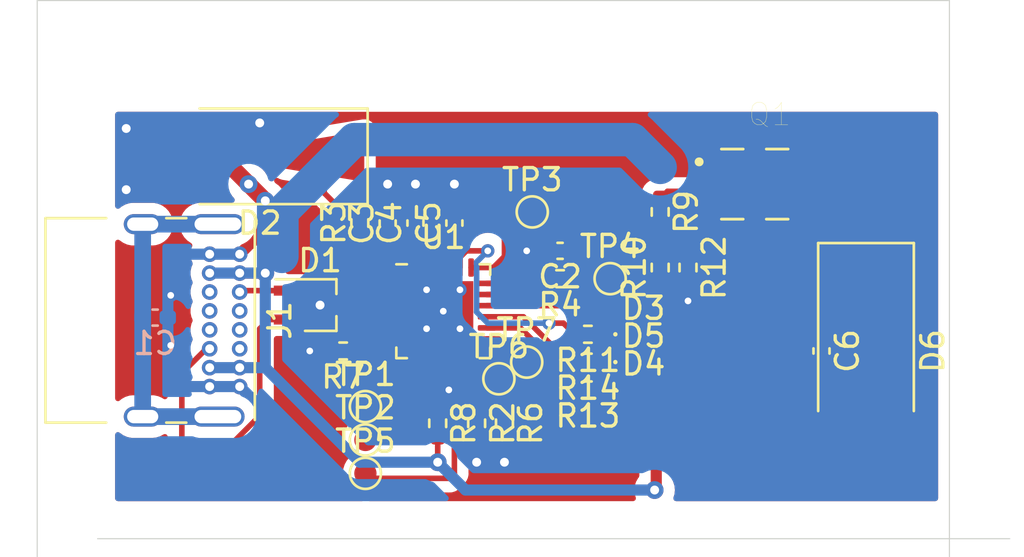
<source format=kicad_pcb>
(kicad_pcb (version 20201116) (generator pcbnew)
  (layers (0 "F.Cu" signal) (31 "B.Cu" signal) (34 "B.Paste" user) (35 "F.Paste" user) (36 "B.SilkS" user "B.Silkscreen") (37 "F.SilkS" user "F.Silkscreen") (38 "B.Mask" user) (39 "F.Mask" user) (44 "Edge.Cuts" user))
  (net 0 "")
  (net 1 "GND")
  (net 2 "Net-(C1-Pad1)")
  (net 3 "Net-(C2-Pad1)")
  (net 4 "/VBUS")
  (net 5 "/2v7")
  (net 6 "/1v2")
  (net 7 "/VOUT")
  (net 8 "Net-(D1-Pad2)")
  (net 9 "Net-(D1-Pad1)")
  (net 10 "Net-(D3-Pad1)")
  (net 11 "Net-(D4-Pad1)")
  (net 12 "Net-(J1-PadB6)")
  (net 13 "Net-(J1-PadB8)")
  (net 14 "Net-(J1-PadB7)")
  (net 15 "Net-(J1-PadA8)")
  (net 16 "Net-(J1-PadA7)")
  (net 17 "Net-(J1-PadA6)")
  (net 18 "/ADDR0")
  (net 19 "Net-(R4-Pad2)")
  (net 20 "/ADDR1")
  (net 21 "Net-(R7-Pad1)")
  (net 22 "Net-(R8-Pad1)")
  (net 23 "/LED1R")
  (net 24 "/LED1G")
  (net 25 "/LED1B")
  (net 26 "Net-(TP1-Pad1)")
  (net 27 "Net-(TP2-Pad1)")
  (net 28 "Net-(TP3-Pad1)")
  (net 29 "Net-(TP4-Pad1)")
  (net 30 "Net-(TP5-Pad1)")
  (net 31 "Net-(R14-Pad1)")
  (net 32 "Net-(R12-Pad1)")
  (net 33 "Net-(U1-Pad16)")
  (net 34 "no_connect_42")
  (footprint "TestPoint:TestPoint_Pad_D1.0mm" (layer "F.Cu") (at 128.75 69.75)
    (fp_text reference "TP2" (at 0 -1.448) (layer "F.SilkS"))
    (fp_text value "TestPoint")
    (fp_circle (center 0 0) (end 0 0.7) (layer "F.SilkS") (width 0.12) (fill none))
    (pad "1" smd circle (at 0 0) (size 1 1) (layers "F.Cu" "F.Mask") (net 27 "Net-(TP2-Pad1)"))
  )
  (footprint "Capacitor_SMD:C_0402_1005Metric_Pad0.74x0.62mm_HandSolder" (layer "F.Cu") (at 129.75 60 90)
    (fp_text reference "C3" (at 0 -1.16 90) (layer "F.SilkS"))
    (fp_text value "1uF")
    (fp_line (start -0.115835 0.36) (end 0.115835 0.36) (layer "F.SilkS") (width 0.12))
    (fp_line (start -0.115835 -0.36) (end 0.115835 -0.36) (layer "F.SilkS") (width 0.12))
    (pad "1" smd roundrect (at -0.5675 0 90) (size 0.735 0.62) (layers "F.Cu" "F.Paste" "F.Mask") (net 4 "/VBUS"))
    (pad "2" smd roundrect (at 0.5675 0 90) (size 0.735 0.62) (layers "F.Cu" "F.Paste" "F.Mask") (net 1 "GND"))
  )
  (footprint "Package_DFN_QFN:QFN-24-1EP_4x4mm_P0.5mm_EP2.7x2.7mm" (layer "F.Cu") (at 132.25 63.9625)
    (fp_text reference "U1" (at 0 -3.32) (layer "F.SilkS"))
    (fp_text value "STUSB4500QTR")
    (fp_line (start 2.11 2.11) (end 2.11 1.635) (layer "F.SilkS") (width 0.12))
    (fp_line (start 1.635 2.11) (end 2.11 2.11) (layer "F.SilkS") (width 0.12))
    (fp_line (start -1.635 -2.11) (end -2.11 -2.11) (layer "F.SilkS") (width 0.12))
    (fp_line (start -2.11 2.11) (end -2.11 1.635) (layer "F.SilkS") (width 0.12))
    (fp_line (start 2.11 -2.11) (end 2.11 -1.635) (layer "F.SilkS") (width 0.12))
    (fp_line (start -1.635 2.11) (end -2.11 2.11) (layer "F.SilkS") (width 0.12))
    (fp_line (start 1.635 -2.11) (end 2.11 -2.11) (layer "F.SilkS") (width 0.12))
    (pad "1" smd roundrect (at -1.9625 -1.25) (size 0.825 0.25) (layers "F.Cu" "F.Paste" "F.Mask") (net 9 "Net-(D1-Pad1)"))
    (pad "2" smd roundrect (at -1.9625 -0.75) (size 0.825 0.25) (layers "F.Cu" "F.Paste" "F.Mask") (net 9 "Net-(D1-Pad1)"))
    (pad "3" smd roundrect (at -1.9625 -0.25) (size 0.825 0.25) (layers "F.Cu" "F.Paste" "F.Mask") (net 34 "no_connect_42"))
    (pad "4" smd roundrect (at -1.9625 0.25) (size 0.825 0.25) (layers "F.Cu" "F.Paste" "F.Mask") (net 8 "Net-(D1-Pad2)"))
    (pad "5" smd roundrect (at -1.9625 0.75) (size 0.825 0.25) (layers "F.Cu" "F.Paste" "F.Mask") (net 8 "Net-(D1-Pad2)"))
    (pad "6" smd roundrect (at -1.9625 1.25) (size 0.825 0.25) (layers "F.Cu" "F.Paste" "F.Mask") (net 21 "Net-(R7-Pad1)"))
    (pad "7" smd roundrect (at -1.25 1.9625) (size 0.25 0.825) (layers "F.Cu" "F.Paste" "F.Mask") (net 26 "Net-(TP1-Pad1)"))
    (pad "8" smd roundrect (at -0.75 1.9625) (size 0.25 0.825) (layers "F.Cu" "F.Paste" "F.Mask") (net 27 "Net-(TP2-Pad1)"))
    (pad "9" smd roundrect (at -0.25 1.9625) (size 0.25 0.825) (layers "F.Cu" "F.Paste" "F.Mask") (net 22 "Net-(R8-Pad1)"))
    (pad "10" smd roundrect (at 0.25 1.9625) (size 0.25 0.825) (layers "F.Cu" "F.Paste" "F.Mask") (net 1 "GND"))
    (pad "11" smd roundrect (at 0.75 1.9625) (size 0.25 0.825) (layers "F.Cu" "F.Paste" "F.Mask") (net 30 "Net-(TP5-Pad1)"))
    (pad "12" smd roundrect (at 1.25 1.9625) (size 0.25 0.825) (layers "F.Cu" "F.Paste" "F.Mask") (net 18 "/ADDR0"))
    (pad "13" smd roundrect (at 1.9625 1.25) (size 0.825 0.25) (layers "F.Cu" "F.Paste" "F.Mask") (net 20 "/ADDR1"))
    (pad "14" smd roundrect (at 1.9625 0.75) (size 0.825 0.25) (layers "F.Cu" "F.Paste" "F.Mask") (net 24 "/LED1G"))
    (pad "15" smd roundrect (at 1.9625 0.25) (size 0.825 0.25) (layers "F.Cu" "F.Paste" "F.Mask") (net 25 "/LED1B"))
    (pad "16" smd roundrect (at 1.9625 -0.25) (size 0.825 0.25) (layers "F.Cu" "F.Paste" "F.Mask") (net 33 "Net-(U1-Pad16)"))
    (pad "17" smd roundrect (at 1.9625 -0.75) (size 0.825 0.25) (layers "F.Cu" "F.Paste" "F.Mask") (net 29 "Net-(TP4-Pad1)"))
    (pad "18" smd roundrect (at 1.9625 -1.25) (size 0.825 0.25) (layers "F.Cu" "F.Paste" "F.Mask") (net 19 "Net-(R4-Pad2)"))
    (pad "19" smd roundrect (at 1.25 -1.9625) (size 0.25 0.825) (layers "F.Cu" "F.Paste" "F.Mask") (net 28 "Net-(TP3-Pad1)"))
    (pad "20" smd roundrect (at 0.75 -1.9625) (size 0.25 0.825) (layers "F.Cu" "F.Paste" "F.Mask") (net 23 "/LED1R"))
    (pad "21" smd roundrect (at 0.25 -1.9625) (size 0.25 0.825) (layers "F.Cu" "F.Paste" "F.Mask") (net 6 "/1v2"))
    (pad "22" smd roundrect (at -0.25 -1.9625) (size 0.25 0.825) (layers "F.Cu" "F.Paste" "F.Mask") (net 1 "GND"))
    (pad "23" smd roundrect (at -0.75 -1.9625) (size 0.25 0.825) (layers "F.Cu" "F.Paste" "F.Mask") (net 5 "/2v7"))
    (pad "24" smd roundrect (at -1.25 -1.9625) (size 0.25 0.825) (layers "F.Cu" "F.Paste" "F.Mask") (net 4 "/VBUS"))
    (pad "25" smd rect (at 0 0) (size 2.7 2.7) (layers "F.Cu" "F.Mask") (net 1 "GND"))
  )
  (footprint "13-USBPD:TRANS_STL6P3LLH6" (layer "F.Cu") (at 146.25 58.25)
    (fp_text reference "Q1" (at 0.675 -3.135) (layer "F.SilkS") (effects (font (thickness 0.015))))
    (fp_text value "STL6P3LLH6")
    (fp_poly (pts (xy -0.5 -1.225) (xy -0.5 1.225) (xy -0.2 1.225) (xy -0.2 1.755) (xy 0.2 1.755) (xy 0.2 1.225) (xy 1.9 1.225) (xy 1.9 -1.225) (xy 0.2 -1.225) (xy 0.2 -1.755) (xy -0.2 -1.755) (xy -0.2 -1.225)) (layer "F.Cu") (width 0.01) (fill solid))
    (fp_line (start -0.52 -1.575) (end -1.5 -1.575) (layer "F.SilkS") (width 0.127))
    (fp_line (start 1.5 -1.575) (end 0.52 -1.575) (layer "F.SilkS") (width 0.127))
    (fp_line (start -0.52 1.575) (end -1.5 1.575) (layer "F.SilkS") (width 0.127))
    (fp_line (start 1.5 1.575) (end 0.52 1.575) (layer "F.SilkS") (width 0.127))
    (fp_circle (center -2.5 -1) (end -2.4 -1) (layer "F.SilkS") (width 0.2) (fill none))
    (pad "1" smd rect (at -1.525 -0.975) (size 0.75 0.4) (layers "F.Cu" "F.Paste" "F.Mask") (net 4 "/VBUS"))
    (pad "2" smd rect (at -1.525 -0.325) (size 0.75 0.4) (layers "F.Cu" "F.Paste" "F.Mask") (net 4 "/VBUS"))
    (pad "3" smd rect (at -1.525 0.325) (size 0.75 0.4) (layers "F.Cu" "F.Paste" "F.Mask") (net 4 "/VBUS"))
    (pad "4" smd rect (at -1.525 0.975) (size 0.75 0.4) (layers "F.Cu" "F.Paste" "F.Mask") (net 32 "Net-(R12-Pad1)"))
    (pad "5_8" smd rect (at 0.7 0) (size 2.4 2.45) (layers "F.Cu") (net 7 "/VOUT"))
  )
  (footprint "TestPoint:TestPoint_Pad_D1.0mm" (layer "F.Cu") (at 139.75 62.5)
    (fp_text reference "TP4" (at 0 -1.448) (layer "F.SilkS"))
    (fp_text value "TestPoint")
    (fp_circle (center 0 0) (end 0 0.7) (layer "F.SilkS") (width 0.12) (fill none))
    (pad "1" smd circle (at 0 0) (size 1 1) (layers "F.Cu" "F.Mask") (net 29 "Net-(TP4-Pad1)"))
  )
  (footprint "Package_TO_SOT_SMD:SOT-323_SC-70_Handsoldering" (layer "F.Cu") (at 126.7125 63.6875)
    (fp_text reference "D1" (at 0 -2) (layer "F.SilkS"))
    (fp_text value "ESDA25W")
    (fp_line (start -0.675 1.16) (end 0.735 1.16) (layer "F.SilkS") (width 0.12))
    (fp_line (start 0.735 -1.16) (end -2 -1.16) (layer "F.SilkS") (width 0.12))
    (fp_line (start 0.735 0.5) (end 0.735 1.16) (layer "F.SilkS") (width 0.12))
    (fp_line (start 0.735 -1.17) (end 0.735 -0.5) (layer "F.SilkS") (width 0.12))
    (pad "1" smd rect (at -1.33 -0.65 270) (size 0.45 1.5) (layers "F.Cu" "F.Paste" "F.Mask") (net 9 "Net-(D1-Pad1)"))
    (pad "2" smd rect (at -1.33 0.65 270) (size 0.45 1.5) (layers "F.Cu" "F.Paste" "F.Mask") (net 8 "Net-(D1-Pad2)"))
    (pad "3" smd rect (at 1.33 0 270) (size 0.45 1.5) (layers "F.Cu" "F.Paste" "F.Mask") (net 1 "GND"))
  )
  (footprint "Resistor_SMD:R_0402_1005Metric_Pad0.72x0.64mm_HandSolder" (layer "F.Cu") (at 135 69 -90)
    (fp_text reference "R6" (at 0 -1.17 90) (layer "F.SilkS"))
    (fp_text value "100k")
    (fp_line (start -0.167621 -0.38) (end 0.167621 -0.38) (layer "F.SilkS") (width 0.12))
    (fp_line (start -0.167621 0.38) (end 0.167621 0.38) (layer "F.SilkS") (width 0.12))
    (pad "1" smd roundrect (at -0.5975 0 270) (size 0.715 0.64) (layers "F.Cu" "F.Paste" "F.Mask") (net 20 "/ADDR1"))
    (pad "2" smd roundrect (at 0.5975 0 270) (size 0.715 0.64) (layers "F.Cu" "F.Paste" "F.Mask") (net 1 "GND"))
  )
  (footprint "Resistor_SMD:R_0402_1005Metric_Pad0.72x0.64mm_HandSolder" (layer "F.Cu") (at 143.25 62 -90)
    (fp_text reference "R12" (at 0 -1.17 90) (layer "F.SilkS"))
    (fp_text value "100")
    (fp_line (start -0.167621 0.38) (end 0.167621 0.38) (layer "F.SilkS") (width 0.12))
    (fp_line (start -0.167621 -0.38) (end 0.167621 -0.38) (layer "F.SilkS") (width 0.12))
    (pad "1" smd roundrect (at -0.5975 0 270) (size 0.715 0.64) (layers "F.Cu" "F.Paste" "F.Mask") (net 32 "Net-(R12-Pad1)"))
    (pad "2" smd roundrect (at 0.5975 0 270) (size 0.715 0.64) (layers "F.Cu" "F.Paste" "F.Mask") (net 1 "GND"))
  )
  (footprint "TestPoint:TestPoint_Pad_D1.0mm" (layer "F.Cu") (at 134.75 67)
    (fp_text reference "TP6" (at 0 -1.448) (layer "F.SilkS"))
    (fp_text value "TestPoint")
    (fp_circle (center 0 0) (end 0 0.7) (layer "F.SilkS") (width 0.12) (fill none))
    (pad "1" smd circle (at 0 0) (size 1 1) (layers "F.Cu" "F.Mask") (net 18 "/ADDR0"))
  )
  (footprint "LED_SMD:LED_0402_1005Metric_Pad0.77x0.64mm_HandSolder" (layer "F.Cu") (at 141.25 65)
    (fp_text reference "D3" (at 0 -1.17) (layer "F.SilkS"))
    (fp_text value "RED")
    (fp_circle (center -1.265 0) (end -1.215 0) (layer "F.SilkS") (width 0.1) (fill none))
    (pad "1" smd roundrect (at -0.5725 0) (size 0.765 0.64) (layers "F.Cu" "F.Paste" "F.Mask") (net 10 "Net-(D3-Pad1)"))
    (pad "2" smd roundrect (at 0.5725 0) (size 0.765 0.64) (layers "F.Cu" "F.Paste" "F.Mask") (net 4 "/VBUS"))
  )
  (footprint "Resistor_SMD:R_0402_1005Metric_Pad0.72x0.64mm_HandSolder" (layer "F.Cu") (at 127.75 65.75 180)
    (fp_text reference "R7" (at 0 -1.17) (layer "F.SilkS"))
    (fp_text value "100k")
    (fp_line (start -0.167621 0.38) (end 0.167621 0.38) (layer "F.SilkS") (width 0.12))
    (fp_line (start -0.167621 -0.38) (end 0.167621 -0.38) (layer "F.SilkS") (width 0.12))
    (pad "1" smd roundrect (at -0.5975 0 180) (size 0.715 0.64) (layers "F.Cu" "F.Paste" "F.Mask") (net 21 "Net-(R7-Pad1)"))
    (pad "2" smd roundrect (at 0.5975 0 180) (size 0.715 0.64) (layers "F.Cu" "F.Paste" "F.Mask") (net 1 "GND"))
  )
  (footprint "Capacitor_SMD:C_0402_1005Metric_Pad0.74x0.62mm_HandSolder" (layer "F.Cu") (at 131 60 90)
    (fp_text reference "C4" (at 0 -1.16 90) (layer "F.SilkS"))
    (fp_text value "1uF")
    (fp_line (start -0.115835 -0.36) (end 0.115835 -0.36) (layer "F.SilkS") (width 0.12))
    (fp_line (start -0.115835 0.36) (end 0.115835 0.36) (layer "F.SilkS") (width 0.12))
    (pad "1" smd roundrect (at -0.5675 0 90) (size 0.735 0.62) (layers "F.Cu" "F.Paste" "F.Mask") (net 5 "/2v7"))
    (pad "2" smd roundrect (at 0.5675 0 90) (size 0.735 0.62) (layers "F.Cu" "F.Paste" "F.Mask") (net 1 "GND"))
  )
  (footprint "Resistor_SMD:R_0402_1005Metric_Pad0.72x0.64mm_HandSolder" (layer "F.Cu") (at 138.75 66.25 180)
    (fp_text reference "R14" (at 0 -1.17) (layer "F.SilkS"))
    (fp_text value "1k")
    (fp_line (start -0.167621 -0.38) (end 0.167621 -0.38) (layer "F.SilkS") (width 0.12))
    (fp_line (start -0.167621 0.38) (end 0.167621 0.38) (layer "F.SilkS") (width 0.12))
    (pad "1" smd roundrect (at -0.5975 0 180) (size 0.715 0.64) (layers "F.Cu" "F.Paste" "F.Mask") (net 31 "Net-(R14-Pad1)"))
    (pad "2" smd roundrect (at 0.5975 0 180) (size 0.715 0.64) (layers "F.Cu" "F.Paste" "F.Mask") (net 25 "/LED1B"))
  )
  (footprint "TestPoint:TestPoint_Pad_D1.0mm" (layer "F.Cu") (at 128.75 71.25)
    (fp_text reference "TP5" (at 0 -1.448) (layer "F.SilkS"))
    (fp_text value "TestPoint")
    (fp_circle (center 0 0) (end 0 0.7) (layer "F.SilkS") (width 0.12) (fill none))
    (pad "1" smd circle (at 0 0) (size 1 1) (layers "F.Cu" "F.Mask") (net 30 "Net-(TP5-Pad1)"))
  )
  (footprint "Resistor_SMD:R_0402_1005Metric_Pad0.72x0.64mm_HandSolder" (layer "F.Cu") (at 142 62 90)
    (fp_text reference "R10" (at 0 -1.17 90) (layer "F.SilkS"))
    (fp_text value "22k")
    (fp_line (start -0.167621 0.38) (end 0.167621 0.38) (layer "F.SilkS") (width 0.12))
    (fp_line (start -0.167621 -0.38) (end 0.167621 -0.38) (layer "F.SilkS") (width 0.12))
    (pad "1" smd roundrect (at -0.5975 0 90) (size 0.715 0.64) (layers "F.Cu" "F.Paste" "F.Mask") (net 33 "Net-(U1-Pad16)"))
    (pad "2" smd roundrect (at 0.5975 0 90) (size 0.715 0.64) (layers "F.Cu" "F.Paste" "F.Mask") (net 32 "Net-(R12-Pad1)"))
  )
  (footprint "Resistor_SMD:R_0402_1005Metric_Pad0.72x0.64mm_HandSolder" (layer "F.Cu") (at 133.75 69 -90)
    (fp_text reference "R2" (at 0 -1.17 90) (layer "F.SilkS"))
    (fp_text value "100k")
    (fp_line (start -0.167621 0.38) (end 0.167621 0.38) (layer "F.SilkS") (width 0.12))
    (fp_line (start -0.167621 -0.38) (end 0.167621 -0.38) (layer "F.SilkS") (width 0.12))
    (pad "1" smd roundrect (at -0.5975 0 270) (size 0.715 0.64) (layers "F.Cu" "F.Paste" "F.Mask") (net 18 "/ADDR0"))
    (pad "2" smd roundrect (at 0.5975 0 270) (size 0.715 0.64) (layers "F.Cu" "F.Paste" "F.Mask") (net 1 "GND"))
  )
  (footprint "Resistor_SMD:R_0402_1005Metric_Pad0.72x0.64mm_HandSolder" (layer "F.Cu") (at 132 69 -90)
    (fp_text reference "R8" (at 0 -1.17 90) (layer "F.SilkS"))
    (fp_text value "1k")
    (fp_line (start -0.167621 -0.38) (end 0.167621 -0.38) (layer "F.SilkS") (width 0.12))
    (fp_line (start -0.167621 0.38) (end 0.167621 0.38) (layer "F.SilkS") (width 0.12))
    (pad "1" smd roundrect (at -0.5975 0 270) (size 0.715 0.64) (layers "F.Cu" "F.Paste" "F.Mask") (net 22 "Net-(R8-Pad1)"))
    (pad "2" smd roundrect (at 0.5975 0 270) (size 0.715 0.64) (layers "F.Cu" "F.Paste" "F.Mask") (net 4 "/VBUS"))
  )
  (footprint "Resistor_SMD:R_0402_1005Metric_Pad0.72x0.64mm_HandSolder" (layer "F.Cu") (at 142 59.5 -90)
    (fp_text reference "R9" (at 0 -1.17 90) (layer "F.SilkS"))
    (fp_text value "100k")
    (fp_line (start -0.167621 -0.38) (end 0.167621 -0.38) (layer "F.SilkS") (width 0.12))
    (fp_line (start -0.167621 0.38) (end 0.167621 0.38) (layer "F.SilkS") (width 0.12))
    (pad "1" smd roundrect (at -0.5975 0 270) (size 0.715 0.64) (layers "F.Cu" "F.Paste" "F.Mask") (net 4 "/VBUS"))
    (pad "2" smd roundrect (at 0.5975 0 270) (size 0.715 0.64) (layers "F.Cu" "F.Paste" "F.Mask") (net 32 "Net-(R12-Pad1)"))
  )
  (footprint "TestPoint:TestPoint_Pad_D1.0mm" (layer "F.Cu") (at 136 66.25)
    (fp_text reference "TP7" (at 0 -1.448) (layer "F.SilkS"))
    (fp_text value "TestPoint")
    (fp_circle (center 0 0) (end 0 0.7) (layer "F.SilkS") (width 0.12) (fill none))
    (pad "1" smd circle (at 0 0) (size 1 1) (layers "F.Cu" "F.Mask") (net 20 "/ADDR1"))
  )
  (footprint "Connector_USB:USB_C_Receptacle_GCT_USB4085" (layer "F.Cu") (at 123.1 61.4 -90)
    (fp_text reference "J1" (at 2.975 -1.8 90) (layer "F.SilkS"))
    (fp_text value "USB_C_Receptacle")
    (fp_line (start -1.62 8.73) (end 7.57 8.73) (layer "F.SilkS") (width 0.12))
    (fp_line (start -1.62 2.4) (end -1.62 3.3) (layer "F.SilkS") (width 0.12))
    (fp_line (start -1.62 6) (end -1.62 8.73) (layer "F.SilkS") (width 0.12))
    (fp_line (start -1.5 -0.68) (end 7.45 -0.68) (layer "F.SilkS") (width 0.12))
    (fp_line (start 7.57 2.4) (end 7.57 3.3) (layer "F.SilkS") (width 0.12))
    (fp_line (start 7.57 6) (end 7.57 8.73) (layer "F.SilkS") (width 0.12))
    (pad "A1" thru_hole circle (at 0 0 270) (size 0.7 0.7) (drill 0.4) (layers *.Cu *.Mask) (net 1 "GND"))
    (pad "A4" thru_hole circle (at 0.85 0 270) (size 0.7 0.7) (drill 0.4) (layers *.Cu *.Mask) (net 4 "/VBUS"))
    (pad "A5" thru_hole circle (at 1.7 0 270) (size 0.7 0.7) (drill 0.4) (layers *.Cu *.Mask) (net 9 "Net-(D1-Pad1)"))
    (pad "A6" thru_hole circle (at 2.55 0 270) (size 0.7 0.7) (drill 0.4) (layers *.Cu *.Mask) (net 17 "Net-(J1-PadA6)"))
    (pad "A7" thru_hole circle (at 3.4 0 270) (size 0.7 0.7) (drill 0.4) (layers *.Cu *.Mask) (net 16 "Net-(J1-PadA7)"))
    (pad "A8" thru_hole circle (at 4.25 0 270) (size 0.7 0.7) (drill 0.4) (layers *.Cu *.Mask) (net 15 "Net-(J1-PadA8)"))
    (pad "A9" thru_hole circle (at 5.1 0 270) (size 0.7 0.7) (drill 0.4) (layers *.Cu *.Mask) (net 4 "/VBUS"))
    (pad "A12" thru_hole circle (at 5.95 0 270) (size 0.7 0.7) (drill 0.4) (layers *.Cu *.Mask) (net 1 "GND"))
    (pad "B1" thru_hole circle (at 5.95 1.35 270) (size 0.7 0.7) (drill 0.4) (layers *.Cu *.Mask) (net 1 "GND"))
    (pad "B4" thru_hole circle (at 5.1 1.35 270) (size 0.7 0.7) (drill 0.4) (layers *.Cu *.Mask) (net 4 "/VBUS"))
    (pad "B5" thru_hole circle (at 4.25 1.35 270) (size 0.7 0.7) (drill 0.4) (layers *.Cu *.Mask) (net 8 "Net-(D1-Pad2)"))
    (pad "B6" thru_hole circle (at 3.4 1.35 270) (size 0.7 0.7) (drill 0.4) (layers *.Cu *.Mask) (net 12 "Net-(J1-PadB6)"))
    (pad "B7" thru_hole circle (at 2.55 1.35 270) (size 0.7 0.7) (drill 0.4) (layers *.Cu *.Mask) (net 14 "Net-(J1-PadB7)"))
    (pad "B8" thru_hole circle (at 1.7 1.35 270) (size 0.7 0.7) (drill 0.4) (layers *.Cu *.Mask) (net 13 "Net-(J1-PadB8)"))
    (pad "B9" thru_hole circle (at 0.85 1.35 270) (size 0.7 0.7) (drill 0.4) (layers *.Cu *.Mask) (net 4 "/VBUS"))
    (pad "B12" thru_hole circle (at 0 1.35 270) (size 0.7 0.7) (drill 0.4) (layers *.Cu *.Mask) (net 1 "GND"))
    (pad "S1" thru_hole oval (at 7.3 0.98 270) (size 0.9 2.4) (drill oval 0.6 2.1) (layers *.Cu *.Mask) (net 2 "Net-(C1-Pad1)"))
    (pad "S1" thru_hole oval (at -1.35 0.98 270) (size 0.9 2.4) (drill oval 0.6 2.1) (layers *.Cu *.Mask) (net 2 "Net-(C1-Pad1)"))
    (pad "S1" thru_hole oval (at -1.35 4.36 270) (size 0.9 1.7) (drill oval 0.6 1.4) (layers *.Cu *.Mask) (net 2 "Net-(C1-Pad1)"))
    (pad "S1" thru_hole oval (at 7.3 4.36 270) (size 0.9 1.7) (drill oval 0.6 1.4) (layers *.Cu *.Mask) (net 2 "Net-(C1-Pad1)"))
  )
  (footprint "LED_SMD:LED_0402_1005Metric_Pad0.77x0.64mm_HandSolder" (layer "F.Cu") (at 141.25 66.25)
    (fp_text reference "D5" (at 0 -1.17) (layer "F.SilkS"))
    (fp_text value "BLU")
    (fp_circle (center -1.265 0) (end -1.215 0) (layer "F.SilkS") (width 0.1) (fill none))
    (pad "1" smd roundrect (at -0.5725 0) (size 0.765 0.64) (layers "F.Cu" "F.Paste" "F.Mask") (net 31 "Net-(R14-Pad1)"))
    (pad "2" smd roundrect (at 0.5725 0) (size 0.765 0.64) (layers "F.Cu" "F.Paste" "F.Mask") (net 4 "/VBUS"))
  )
  (footprint "Resistor_SMD:R_0402_1005Metric_Pad0.72x0.64mm_HandSolder" (layer "F.Cu") (at 137.5 62.5 180)
    (fp_text reference "R4" (at 0 -1.17) (layer "F.SilkS"))
    (fp_text value "1k")
    (fp_line (start -0.167621 0.38) (end 0.167621 0.38) (layer "F.SilkS") (width 0.12))
    (fp_line (start -0.167621 -0.38) (end 0.167621 -0.38) (layer "F.SilkS") (width 0.12))
    (pad "1" smd roundrect (at -0.5975 0 180) (size 0.715 0.64) (layers "F.Cu" "F.Paste" "F.Mask") (net 3 "Net-(C2-Pad1)"))
    (pad "2" smd roundrect (at 0.5975 0 180) (size 0.715 0.64) (layers "F.Cu" "F.Paste" "F.Mask") (net 19 "Net-(R4-Pad2)"))
  )
  (footprint "Capacitor_SMD:C_0402_1005Metric_Pad0.74x0.62mm_HandSolder" (layer "F.Cu") (at 132.75 60 90)
    (fp_text reference "C5" (at 0 -1.16 90) (layer "F.SilkS"))
    (fp_text value "1uF")
    (fp_line (start -0.115835 0.36) (end 0.115835 0.36) (layer "F.SilkS") (width 0.12))
    (fp_line (start -0.115835 -0.36) (end 0.115835 -0.36) (layer "F.SilkS") (width 0.12))
    (pad "1" smd roundrect (at -0.5675 0 90) (size 0.735 0.62) (layers "F.Cu" "F.Paste" "F.Mask") (net 6 "/1v2"))
    (pad "2" smd roundrect (at 0.5675 0 90) (size 0.735 0.62) (layers "F.Cu" "F.Paste" "F.Mask") (net 1 "GND"))
  )
  (footprint "Resistor_SMD:R_0402_1005Metric_Pad0.72x0.64mm_HandSolder" (layer "F.Cu") (at 138.75 65 180)
    (fp_text reference "R11" (at 0 -1.17) (layer "F.SilkS"))
    (fp_text value "1k")
    (fp_line (start -0.167621 -0.38) (end 0.167621 -0.38) (layer "F.SilkS") (width 0.12))
    (fp_line (start -0.167621 0.38) (end 0.167621 0.38) (layer "F.SilkS") (width 0.12))
    (pad "1" smd roundrect (at -0.5975 0 180) (size 0.715 0.64) (layers "F.Cu" "F.Paste" "F.Mask") (net 10 "Net-(D3-Pad1)"))
    (pad "2" smd roundrect (at 0.5975 0 180) (size 0.715 0.64) (layers "F.Cu" "F.Paste" "F.Mask") (net 23 "/LED1R"))
  )
  (footprint "Resistor_SMD:R_0402_1005Metric_Pad0.72x0.64mm_HandSolder" (layer "F.Cu") (at 138.75 67.5 180)
    (fp_text reference "R13" (at 0 -1.17) (layer "F.SilkS"))
    (fp_text value "1k")
    (fp_line (start -0.167621 0.38) (end 0.167621 0.38) (layer "F.SilkS") (width 0.12))
    (fp_line (start -0.167621 -0.38) (end 0.167621 -0.38) (layer "F.SilkS") (width 0.12))
    (pad "1" smd roundrect (at -0.5975 0 180) (size 0.715 0.64) (layers "F.Cu" "F.Paste" "F.Mask") (net 11 "Net-(D4-Pad1)"))
    (pad "2" smd roundrect (at 0.5975 0 180) (size 0.715 0.64) (layers "F.Cu" "F.Paste" "F.Mask") (net 24 "/LED1G"))
  )
  (footprint "TestPoint:TestPoint_Pad_D1.0mm" (layer "F.Cu") (at 136.25 59.5)
    (fp_text reference "TP3" (at 0 -1.448) (layer "F.SilkS"))
    (fp_text value "TestPoint")
    (fp_circle (center 0 0) (end 0 0.7) (layer "F.SilkS") (width 0.12) (fill none))
    (pad "1" smd circle (at 0 0) (size 1 1) (layers "F.Cu" "F.Mask") (net 28 "Net-(TP3-Pad1)"))
  )
  (footprint "Capacitor_SMD:C_0402_1005Metric_Pad0.74x0.62mm_HandSolder" (layer "F.Cu") (at 149.25 65.75 -90)
    (fp_text reference "C6" (at 0 -1.16 90) (layer "F.SilkS"))
    (fp_text value "100nF")
    (fp_line (start -0.115835 0.36) (end 0.115835 0.36) (layer "F.SilkS") (width 0.12))
    (fp_line (start -0.115835 -0.36) (end 0.115835 -0.36) (layer "F.SilkS") (width 0.12))
    (pad "1" smd roundrect (at -0.5675 0 270) (size 0.735 0.62) (layers "F.Cu" "F.Paste" "F.Mask") (net 7 "/VOUT"))
    (pad "2" smd roundrect (at 0.5675 0 270) (size 0.735 0.62) (layers "F.Cu" "F.Paste" "F.Mask") (net 1 "GND"))
  )
  (footprint "Diode_SMD:D_SMA-SMB_Universal_Handsoldering" (layer "F.Cu") (at 124 57 180)
    (fp_text reference "D2" (at 0 -3) (layer "F.SilkS"))
    (fp_text value "22V")
    (fp_line (start -4.85 -2.15) (end -4.85 2.15) (layer "F.SilkS") (width 0.12))
    (fp_line (start -4.85 2.15) (end 2.7 2.15) (layer "F.SilkS") (width 0.12))
    (fp_line (start -4.85 -2.15) (end 2.7 -2.15) (layer "F.SilkS") (width 0.12))
    (pad "1" smd trapezoid (at -2.9 0 180) (size 3.6 1.7) (rect_delta 0.6 0) (layers "F.Cu" "F.Paste" "F.Mask") (net 3 "Net-(C2-Pad1)"))
    (pad "2" smd trapezoid (at 2.9 0) (size 3.6 1.7) (rect_delta 0.6 0) (layers "F.Cu" "F.Paste" "F.Mask") (net 4 "/VBUS"))
  )
  (footprint "Diode_SMD:D_SMA-SMB_Universal_Handsoldering" (layer "F.Cu") (at 151.25 65.75 -90)
    (fp_text reference "D6" (at 0 -3 90) (layer "F.SilkS"))
    (fp_text value "D_Zener_Small")
    (fp_line (start -4.85 -2.15) (end -4.85 2.15) (layer "F.SilkS") (width 0.12))
    (fp_line (start -4.85 2.15) (end 2.7 2.15) (layer "F.SilkS") (width 0.12))
    (fp_line (start -4.85 -2.15) (end 2.7 -2.15) (layer "F.SilkS") (width 0.12))
    (pad "1" smd trapezoid (at -2.9 0 270) (size 3.6 1.7) (rect_delta 0.6 0) (layers "F.Cu" "F.Paste" "F.Mask") (net 7 "/VOUT"))
    (pad "2" smd trapezoid (at 2.9 0 90) (size 3.6 1.7) (rect_delta 0.6 0) (layers "F.Cu" "F.Paste" "F.Mask") (net 1 "GND"))
  )
  (footprint "TestPoint:TestPoint_Pad_D1.0mm" (layer "F.Cu") (at 128.75 68.25)
    (fp_text reference "TP1" (at 0 -1.448) (layer "F.SilkS"))
    (fp_text value "TestPoint")
    (fp_circle (center 0 0) (end 0 0.7) (layer "F.SilkS") (width 0.12) (fill none))
    (pad "1" smd circle (at 0 0) (size 1 1) (layers "F.Cu" "F.Mask") (net 26 "Net-(TP1-Pad1)"))
  )
  (footprint "LED_SMD:LED_0402_1005Metric_Pad0.77x0.64mm_HandSolder" (layer "F.Cu") (at 141.25 67.5)
    (fp_text reference "D4" (at 0 -1.17) (layer "F.SilkS"))
    (fp_text value "GRN")
    (fp_circle (center -1.265 0) (end -1.215 0) (layer "F.SilkS") (width 0.1) (fill none))
    (pad "1" smd roundrect (at -0.5725 0) (size 0.765 0.64) (layers "F.Cu" "F.Paste" "F.Mask") (net 11 "Net-(D4-Pad1)"))
    (pad "2" smd roundrect (at 0.5725 0) (size 0.765 0.64) (layers "F.Cu" "F.Paste" "F.Mask") (net 4 "/VBUS"))
  )
  (footprint "Capacitor_SMD:C_0402_1005Metric_Pad0.74x0.62mm_HandSolder" (layer "F.Cu") (at 137.5 61.25 180)
    (fp_text reference "C2" (at 0 -1.16) (layer "F.SilkS"))
    (fp_text value "1uF")
    (fp_line (start -0.115835 0.36) (end 0.115835 0.36) (layer "F.SilkS") (width 0.12))
    (fp_line (start -0.115835 -0.36) (end 0.115835 -0.36) (layer "F.SilkS") (width 0.12))
    (pad "1" smd roundrect (at -0.5675 0 180) (size 0.735 0.62) (layers "F.Cu" "F.Paste" "F.Mask") (net 3 "Net-(C2-Pad1)"))
    (pad "2" smd roundrect (at 0.5675 0 180) (size 0.735 0.62) (layers "F.Cu" "F.Paste" "F.Mask") (net 1 "GND"))
  )
  (footprint "Resistor_SMD:R_0402_1005Metric_Pad0.72x0.64mm_HandSolder" (layer "F.Cu") (at 128.5 60 90)
    (fp_text reference "R3" (at 0 -1.17 90) (layer "F.SilkS"))
    (fp_text value "470")
    (fp_line (start -0.167621 -0.38) (end 0.167621 -0.38) (layer "F.SilkS") (width 0.12))
    (fp_line (start -0.167621 0.38) (end 0.167621 0.38) (layer "F.SilkS") (width 0.12))
    (pad "1" smd roundrect (at -0.5975 0 90) (size 0.715 0.64) (layers "F.Cu" "F.Paste" "F.Mask") (net 4 "/VBUS"))
    (pad "2" smd roundrect (at 0.5975 0 90) (size 0.715 0.64) (layers "F.Cu" "F.Paste" "F.Mask") (net 3 "Net-(C2-Pad1)"))
  )
  (footprint "Capacitor_SMD:C_0402_1005Metric_Pad0.74x0.62mm_HandSolder" (layer "B.Cu") (at 119.3 64.25)
    (fp_text reference "C1" (at 0 1.16) (layer "B.SilkS") (effects (justify mirror)))
    (fp_text value "100nF")
    (fp_line (start -0.115835 -0.36) (end 0.115835 -0.36) (layer "B.SilkS") (width 0.12))
    (fp_line (start -0.115835 0.36) (end 0.115835 0.36) (layer "B.SilkS") (width 0.12))
    (pad "1" smd roundrect (at -0.5675 0) (size 0.735 0.62) (layers "B.Cu" "B.Paste" "B.Mask") (net 2 "Net-(C1-Pad1)"))
    (pad "2" smd roundrect (at 0.5675 0) (size 0.735 0.62) (layers "B.Cu" "B.Paste" "B.Mask") (net 1 "GND"))
  )
  (gr_line (start 155 50) (end 155 75) (layer "Edge.Cuts") (width 0.05))
  (gr_line (start 114 50) (end 155 50) (layer "Edge.Cuts") (width 0.05))
  (gr_line (start 114 75) (end 114 50) (layer "Edge.Cuts") (width 0.05))
  (gr_line (start 157.7125 74.1875) (end 116.7125 74.1875) (layer "Edge.Cuts") (width 0.05))
  (segment (start 132.75 59.4025) (end 132.75 58.25) (width 0.25) (layer "F.Cu") (net 1))
  (segment (start 126.25 65.75) (end 127.1825 65.75) (width 0.25) (layer "F.Cu") (net 1))
  (segment (start 131.6825 59.4325) (end 131.75 59.365) (width 0.25) (layer "F.Cu") (net 1))
  (segment (start 136 61.25) (end 136.9325 61.25) (width 0.25) (layer "F.Cu") (net 1))
  (segment (start 131.75 60) (end 132 60.25) (width 0.25) (layer "F.Cu") (net 1))
  (segment (start 131.6825 59.4325) (end 131.75 59.5) (width 0.25) (layer "F.Cu") (net 1))
  (segment (start 131.75 59.5) (end 131.75 60) (width 0.25) (layer "F.Cu") (net 1))
  (segment (start 129.75 59.4025) (end 129.75 58.25) (width 0.25) (layer "F.Cu") (net 1))
  (segment (start 133.75 69.5975) (end 133.75 70.75) (width 0.25) (layer "F.Cu") (net 1))
  (segment (start 131.75 59.5) (end 131.8175 59.4325) (width 0.25) (layer "F.Cu") (net 1))
  (segment (start 131.8175 59.4325) (end 132.75 59.4325) (width 0.25) (layer "F.Cu") (net 1))
  (segment (start 131 59.4025) (end 131 58.25) (width 0.25) (layer "F.Cu") (net 1))
  (segment (start 143.25 63.5) (end 143.25 62.5675) (width 0.25) (layer "F.Cu") (net 1))
  (segment (start 132 60.25) (end 132 62) (width 0.25) (layer "F.Cu") (net 1))
  (segment (start 128.0425 63.6875) (end 126.7125 63.6875) (width 0.25) (layer "F.Cu") (net 1))
  (segment (start 135 69.5975) (end 135 70.75) (width 0.25) (layer "F.Cu") (net 1))
  (segment (start 131 59.4325) (end 131.6825 59.4325) (width 0.25) (layer "F.Cu") (net 1))
  (segment (start 132.5 65.925) (end 132.5 67.25) (width 0.25) (layer "F.Cu") (net 1))
  (via (at 129.75 58.25) (size 0.8) (drill 0.4) (layers "F.Cu" "B.Cu") (net 1))
  (via (at 136 61.25) (size 0.6) (drill 0.3) (layers "F.Cu" "B.Cu") (net 1))
  (via (at 143.25 63.5) (size 0.6) (drill 0.3) (layers "F.Cu" "B.Cu") (net 1))
  (via (at 131 58.25) (size 0.8) (drill 0.4) (layers "F.Cu" "B.Cu") (net 1))
  (via (at 132.75 58.25) (size 0.8) (drill 0.4) (layers "F.Cu" "B.Cu") (net 1))
  (via (at 120 65.5) (size 0.6) (drill 0.3) (layers "F.Cu" "B.Cu") (net 1))
  (via (at 126.7125 63.6875) (size 0.8) (drill 0.4) (layers "F.Cu" "B.Cu") (net 1))
  (via (at 133 63) (size 0.6) (drill 0.3) (layers "F.Cu" "B.Cu") (net 1))
  (via (at 118 55.75) (size 0.8) (drill 0.4) (layers "F.Cu" "B.Cu") (net 1))
  (via (at 135 70.75) (size 0.8) (drill 0.4) (layers "F.Cu" "B.Cu") (net 1))
  (via (at 131.5 64.75) (size 0.6) (drill 0.3) (layers "F.Cu" "B.Cu") (net 1))
  (via (at 133 64.75) (size 0.6) (drill 0.3) (layers "F.Cu" "B.Cu") (net 1))
  (via (at 120 63.25) (size 0.6) (drill 0.3) (layers "F.Cu" "B.Cu") (net 1))
  (via (at 133.75 70.75) (size 0.8) (drill 0.4) (layers "F.Cu" "B.Cu") (net 1))
  (via (at 131.5 63) (size 0.6) (drill 0.3) (layers "F.Cu" "B.Cu") (net 1))
  (via (at 132.5 67.5) (size 0.6) (drill 0.3) (layers "F.Cu" "B.Cu") (net 1))
  (via (at 126.25 65.75) (size 0.6) (drill 0.3) (layers "F.Cu" "B.Cu") (net 1))
  (via (at 118 58.5) (size 0.8) (drill 0.4) (layers "F.Cu" "B.Cu") (net 1))
  (via (at 132.25 63.9625) (size 0.6) (drill 0.3) (layers "F.Cu" "B.Cu") (net 1))
  (via (at 124 55.5) (size 0.8) (drill 0.4) (layers "F.Cu" "B.Cu") (net 1))
  (segment (start 121.75 61.4) (end 120.6 61.4) (width 0.5) (layer "B.Cu") (net 1))
  (segment (start 120.85 67.35) (end 121.75 67.35) (width 0.5) (layer "B.Cu") (net 1))
  (segment (start 121.75 67.35) (end 123.1 67.35) (width 0.5) (layer "B.Cu") (net 1))
  (segment (start 121.75 61.4) (end 123.1 61.4) (width 0.5) (layer "B.Cu") (net 1))
  (segment (start 122.12 60.05) (end 118.74 60.05) (width 0.75) (layer "B.Cu") (net 2))
  (segment (start 122.12 68.7) (end 118.74 68.7) (width 0.75) (layer "B.Cu") (net 2))
  (segment (start 118.74 60.05) (end 118.74 68.7) (width 0.75) (layer "B.Cu") (net 2))
  (segment (start 128.5 59.4025) (end 127.6525 59.4025) (width 0.25) (layer "F.Cu") (net 3))
  (segment (start 138.0975 61.28) (end 138.0675 61.25) (width 0.25) (layer "F.Cu") (net 3))
  (segment (start 127.6525 59.4025) (end 126.9 58.65) (width 0.25) (layer "F.Cu") (net 3))
  (segment (start 138.0975 62.5) (end 138.0975 61.28) (width 0.25) (layer "F.Cu") (net 3))
  (segment (start 126.9 58.65) (end 126.9 57) (width 0.25) (layer "F.Cu") (net 3))
  (segment (start 142.3275 58.575) (end 144.725 58.575) (width 0.25) (layer "F.Cu") (net 4))
  (segment (start 123.1 62.25) (end 124.25 62.25) (width 0.5) (layer "F.Cu") (net 4))
  (segment (start 132 69.5975) (end 132 70.75) (width 0.25) (layer "F.Cu") (net 4))
  (segment (start 142 58.9025) (end 142.3275 58.575) (width 0.25) (layer "F.Cu") (net 4))
  (segment (start 129.75 61.5) (end 129.75 60.5675) (width 0.25) (layer "F.Cu") (net 4))
  (segment (start 141.8225 65) (end 141.8225 71.9275) (width 0.5) (layer "F.Cu") (net 4))
  (segment (start 128.53 60.5675) (end 128.5 60.5975) (width 0.25) (layer "F.Cu") (net 4))
  (segment (start 141.8225 71.9275) (end 141.75 72) (width 0.5) (layer "F.Cu") (net 4))
  (segment (start 121.1 57) (end 122.25 57) (width 0.75) (layer "F.Cu") (net 4))
  (segment (start 131 62) (end 130.25 62) (width 0.25) (layer "F.Cu") (net 4))
  (segment (start 129.75 60.5675) (end 128.53 60.5675) (width 0.25) (layer "F.Cu") (net 4))
  (segment (start 122.25 57) (end 124.25 59) (width 0.75) (layer "F.Cu") (net 4))
  (segment (start 130.25 62) (end 129.75 61.5) (width 0.25) (layer "F.Cu") (net 4))
  (via (at 123.5 58.25) (size 0.8) (drill 0.4) (layers "F.Cu" "B.Cu") (net 4))
  (via (at 132 70.75) (size 0.8) (drill 0.4) (layers "F.Cu" "B.Cu") (net 4))
  (via (at 124.25 62.25) (size 0.8) (drill 0.4) (layers "F.Cu" "B.Cu") (net 4))
  (via (at 141.75 72) (size 0.8) (drill 0.4) (layers "F.Cu" "B.Cu") (net 4))
  (via (at 124.25 59) (size 0.8) (drill 0.4) (layers "F.Cu" "B.Cu") (net 4))
  (segment (start 128.5 70.75) (end 132 70.75) (width 0.5) (layer "B.Cu") (net 4))
  (segment (start 123.1 66.5) (end 121.75 66.5) (width 0.5) (layer "B.Cu") (net 4))
  (segment (start 128.25 56.25) (end 140.75 56.25) (width 1.5) (layer "B.Cu") (net 4))
  (segment (start 140.75 56.25) (end 142 57.5) (width 1.5) (layer "B.Cu") (net 4))
  (segment (start 125 61.5) (end 125 59.5) (width 1.5) (layer "B.Cu") (net 4))
  (segment (start 123.1 66.5) (end 123.1 66.4) (width 0.25) (layer "B.Cu") (net 4))
  (segment (start 132 70.75) (end 133.25 72) (width 0.5) (layer "B.Cu") (net 4))
  (segment (start 124.25 66.5) (end 128.5 70.75) (width 0.5) (layer "B.Cu") (net 4))
  (segment (start 121.75 62.25) (end 123.1 62.25) (width 0.5) (layer "B.Cu") (net 4))
  (segment (start 125 59.5) (end 128.25 56.25) (width 1.5) (layer "B.Cu") (net 4))
  (segment (start 123.1 66.5) (end 124.25 66.5) (width 0.5) (layer "B.Cu") (net 4))
  (segment (start 133.25 72) (end 141.75 72) (width 0.5) (layer "B.Cu") (net 4))
  (segment (start 124.25 62.25) (end 124.25 66.5) (width 0.5) (layer "B.Cu") (net 4))
  (segment (start 124.25 62.25) (end 124.25 59) (width 0.75) (layer "B.Cu") (net 4))
  (segment (start 123.1 62.25) (end 124.25 62.25) (width 0.5) (layer "B.Cu") (net 4))
  (segment (start 131.5 62) (end 131.5 61) (width 0.25) (layer "F.Cu") (net 5))
  (segment (start 131.5 61) (end 131.0675 60.5675) (width 0.25) (layer "F.Cu") (net 5))
  (segment (start 131.0675 60.5675) (end 131 60.5675) (width 0.25) (layer "F.Cu") (net 5))
  (segment (start 132.5 60.8175) (end 132.75 60.5675) (width 0.25) (layer "F.Cu") (net 6))
  (segment (start 132.5 62) (end 132.5 60.8175) (width 0.25) (layer "F.Cu") (net 6))
  (segment (start 122.666029 70) (end 120.75 70) (width 0.25) (layer "F.Cu") (net 8))
  (segment (start 126.364499 64.412501) (end 128.987499 64.412501) (width 0.25) (layer "F.Cu") (net 8))
  (segment (start 128.987499 64.412501) (end 128.987499 64.487499) (width 0.25) (layer "F.Cu") (net 8))
  (segment (start 129.2125 64.7125) (end 130.2875 64.7125) (width 0.25) (layer "F.Cu") (net 8))
  (segment (start 120.5 66.750998) (end 121.600998 65.65) (width 0.25) (layer "F.Cu") (net 8))
  (segment (start 130.2875 64.2125) (end 129.1875 64.2125) (width 0.25) (layer "F.Cu") (net 8))
  (segment (start 129.1875 64.2125) (end 128.987499 64.412501) (width 0.25) (layer "F.Cu") (net 8))
  (segment (start 128.987499 64.487499) (end 129.2125 64.7125) (width 0.25) (layer "F.Cu") (net 8))
  (segment (start 125.3825 64.3375) (end 124.4125 64.3375) (width 0.25) (layer "F.Cu") (net 8))
  (segment (start 124.4125 64.3375) (end 124 64.75) (width 0.25) (layer "F.Cu") (net 8))
  (segment (start 124 68.666029) (end 122.666029 70) (width 0.25) (layer "F.Cu") (net 8))
  (segment (start 120.5 69.75) (end 120.5 66.750998) (width 0.25) (layer "F.Cu") (net 8))
  (segment (start 120.75 70) (end 120.5 69.75) (width 0.25) (layer "F.Cu") (net 8))
  (segment (start 125.3825 64.3375) (end 126.289498 64.3375) (width 0.25) (layer "F.Cu") (net 8))
  (segment (start 124 64.75) (end 124 68.666029) (width 0.25) (layer "F.Cu") (net 8))
  (segment (start 126.289498 64.3375) (end 126.364499 64.412501) (width 0.25) (layer "F.Cu") (net 8))
  (segment (start 121.600998 65.65) (end 121.75 65.65) (width 0.25) (layer "F.Cu") (net 8))
  (segment (start 129.137498 62.7125) (end 128.9625 62.887498) (width 0.25) (layer "F.Cu") (net 9))
  (segment (start 123.1625 63.0375) (end 123.1 63.1) (width 0.25) (layer "F.Cu") (net 9))
  (segment (start 130.2875 62.7125) (end 129.137498 62.7125) (width 0.25) (layer "F.Cu") (net 9))
  (segment (start 126.2625 63.0375) (end 126.337501 62.962499) (width 0.25) (layer "F.Cu") (net 9))
  (segment (start 125.3825 63.0375) (end 123.1625 63.0375) (width 0.25) (layer "F.Cu") (net 9))
  (segment (start 128.9625 62.887498) (end 128.9625 63.0375) (width 0.25) (layer "F.Cu") (net 9))
  (segment (start 126.337501 62.962499) (end 128.887499 62.962499) (width 0.25) (layer "F.Cu") (net 9))
  (segment (start 128.887499 62.962499) (end 128.9625 63.0375) (width 0.25) (layer "F.Cu") (net 9))
  (segment (start 125.3825 63.0375) (end 126.2625 63.0375) (width 0.25) (layer "F.Cu") (net 9))
  (segment (start 128.9625 63.0375) (end 129.1375 63.2125) (width 0.25) (layer "F.Cu") (net 9))
  (segment (start 129.1375 63.2125) (end 130.2875 63.2125) (width 0.25) (layer "F.Cu") (net 9))
  (segment (start 139.3475 65) (end 140.6775 65) (width 0.25) (layer "F.Cu") (net 10))
  (segment (start 139.3475 67.5) (end 140.6775 67.5) (width 0.25) (layer "F.Cu") (net 11))
  (segment (start 133.5 66.75) (end 133.75 67) (width 0.25) (layer "F.Cu") (net 18))
  (segment (start 133.5 65.925) (end 133.5 66.75) (width 0.25) (layer "F.Cu") (net 18))
  (segment (start 133.75 67) (end 133.75 68.4025) (width 0.25) (layer "F.Cu") (net 18))
  (segment (start 133.75 67) (end 134.75 67) (width 0.25) (layer "F.Cu") (net 18))
  (segment (start 136.69 62.7125) (end 136.9025 62.5) (width 0.25) (layer "F.Cu") (net 19))
  (segment (start 134.2125 62.7125) (end 136.69 62.7125) (width 0.25) (layer "F.Cu") (net 19))
  (segment (start 136 68) (end 135.5975 68.4025) (width 0.25) (layer "F.Cu") (net 20))
  (segment (start 134.9625 65.2125) (end 136 66.25) (width 0.25) (layer "F.Cu") (net 20))
  (segment (start 134.2125 65.2125) (end 134.9625 65.2125) (width 0.25) (layer "F.Cu") (net 20))
  (segment (start 136 66.25) (end 136 68) (width 0.25) (layer "F.Cu") (net 20))
  (segment (start 135.5975 68.4025) (end 135 68.4025) (width 0.25) (layer "F.Cu") (net 20))
  (segment (start 129.5375 65.2125) (end 129 65.75) (width 0.25) (layer "F.Cu") (net 21))
  (segment (start 130.2875 65.2125) (end 129.5375 65.2125) (width 0.25) (layer "F.Cu") (net 21))
  (segment (start 129 65.75) (end 128.3475 65.75) (width 0.25) (layer "F.Cu") (net 21))
  (segment (start 131.874999 67.147821) (end 131.874999 68.277499) (width 0.25) (layer "F.Cu") (net 22))
  (segment (start 131.874999 68.277499) (end 132 68.4025) (width 0.25) (layer "F.Cu") (net 22))
  (segment (start 132 67.02282) (end 131.874999 67.147821) (width 0.25) (layer "F.Cu") (net 22))
  (segment (start 132 65.925) (end 132 66.426998) (width 0.25) (layer "F.Cu") (net 22))
  (segment (start 132 65.925) (end 132 67.02282) (width 0.25) (layer "F.Cu") (net 22))
  (segment (start 133.289478 61.25) (end 134.25 61.25) (width 0.25) (layer "F.Cu") (net 23))
  (segment (start 137.6525 64.5) (end 138.1525 65) (width 0.25) (layer "F.Cu") (net 23))
  (segment (start 133 62) (end 133 61.539478) (width 0.25) (layer "F.Cu") (net 23))
  (segment (start 137 64.5) (end 137.6525 64.5) (width 0.25) (layer "F.Cu") (net 23))
  (segment (start 133 61.539478) (end 133.25 61.289478) (width 0.25) (layer "F.Cu") (net 23))
  (via (at 137 64.5) (size 0.6) (drill 0.3) (layers "F.Cu" "B.Cu") (net 23))
  (via (at 134.25 61.25) (size 0.6) (drill 0.3) (layers "F.Cu" "B.Cu") (net 23))
  (segment (start 134.25 61.25) (end 133.75 61.75) (width 0.25) (layer "B.Cu") (net 23))
  (segment (start 133.75 64) (end 134.25 64.5) (width 0.25) (layer "B.Cu") (net 23))
  (segment (start 133.75 61.75) (end 133.75 64) (width 0.25) (layer "B.Cu") (net 23))
  (segment (start 134.25 64.5) (end 137 64.5) (width 0.25) (layer "B.Cu") (net 23))
  (segment (start 137.25 67.5) (end 138.1525 67.5) (width 0.25) (layer "F.Cu") (net 24))
  (segment (start 136.825001 67.075001) (end 137.25 67.5) (width 0.25) (layer "F.Cu") (net 24))
  (segment (start 135.7125 64.7125) (end 136.825001 65.825001) (width 0.25) (layer "F.Cu") (net 24))
  (segment (start 134.2125 64.7125) (end 135.7125 64.7125) (width 0.25) (layer "F.Cu") (net 24))
  (segment (start 136.825001 65.825001) (end 136.825001 67.075001) (width 0.25) (layer "F.Cu") (net 24))
  (segment (start 138.1525 66.25) (end 137.5 66.25) (width 0.25) (layer "F.Cu") (net 25))
  (segment (start 135.4625 64.2125) (end 134.2125 64.2125) (width 0.25) (layer "F.Cu") (net 25))
  (segment (start 137.27501 65.6386) (end 135.84891 64.2125) (width 0.25) (layer "F.Cu") (net 25))
  (segment (start 135.84891 64.2125) (end 135.4625 64.2125) (width 0.25) (layer "F.Cu") (net 25))
  (segment (start 137.5 66.25) (end 137.275011 66.025011) (width 0.25) (layer "F.Cu") (net 25))
  (segment (start 137.275011 66.025011) (end 137.27501 65.6386) (width 0.25) (layer "F.Cu") (net 25))
  (segment (start 131 66.75) (end 129.5 68.25) (width 0.25) (layer "F.Cu") (net 26))
  (segment (start 129.5 68.25) (end 128.75 68.25) (width 0.25) (layer "F.Cu") (net 26))
  (segment (start 131 65.925) (end 131 66.75) (width 0.25) (layer "F.Cu") (net 26))
  (segment (start 131.5 66.88641) (end 131.42499 66.96142) (width 0.25) (layer "F.Cu") (net 27))
  (segment (start 131.5 65.925) (end 131.5 66.88641) (width 0.25) (layer "F.Cu") (net 27))
  (segment (start 131.42499 67.07501) (end 129.25 69.25) (width 0.25) (layer "F.Cu") (net 27))
  (segment (start 131.42499 66.96142) (end 131.42499 67.07501) (width 0.25) (layer "F.Cu") (net 27))
  (segment (start 129.25 69.25) (end 128.75 69.75) (width 0.25) (layer "F.Cu") (net 27))
  (segment (start 128.75 69.75) (end 129 69.75) (width 0.25) (layer "F.Cu") (net 27))
  (segment (start 135 61.5) (end 135 60.75) (width 0.25) (layer "F.Cu") (net 28))
  (segment (start 134.5 62) (end 135 61.5) (width 0.25) (layer "F.Cu") (net 28))
  (segment (start 133.5 62) (end 134.5 62) (width 0.25) (layer "F.Cu") (net 28))
  (segment (start 135 60.75) (end 136.25 59.5) (width 0.25) (layer "F.Cu") (net 28))
  (segment (start 139.0375 63.2125) (end 139.75 62.5) (width 0.25) (layer "F.Cu") (net 29))
  (segment (start 134.2125 63.2125) (end 139.0375 63.2125) (width 0.25) (layer "F.Cu") (net 29))
  (segment (start 139.75 62.5) (end 140 62.5) (width 0.25) (layer "F.Cu") (net 29))
  (segment (start 133.125001 67.800001) (end 132.75 68.175002) (width 0.25) (layer "F.Cu") (net 30))
  (segment (start 128.975001 71.475001) (end 128.75 71.25) (width 0.25) (layer "F.Cu") (net 30))
  (segment (start 132.75 68.175002) (end 132.75 71.25) (width 0.25) (layer "F.Cu") (net 30))
  (segment (start 132.524999 71.475001) (end 128.975001 71.475001) (width 0.25) (layer "F.Cu") (net 30))
  (segment (start 132.75 71.25) (end 132.524999 71.475001) (width 0.25) (layer "F.Cu") (net 30))
  (segment (start 133.125001 67.125001) (end 133.125001 67.800001) (width 0.25) (layer "F.Cu") (net 30))
  (segment (start 133 65.925) (end 133 67) (width 0.25) (layer "F.Cu") (net 30))
  (segment (start 133 67) (end 133.125001 67.125001) (width 0.25) (layer "F.Cu") (net 30))
  (segment (start 139.3475 66.25) (end 140.6775 66.25) (width 0.25) (layer "F.Cu") (net 31))
  (segment (start 142 61.4025) (end 143.25 61.4025) (width 0.25) (layer "F.Cu") (net 32))
  (segment (start 142 61.4025) (end 142 60.0975) (width 0.25) (layer "F.Cu") (net 32))
  (segment (start 143.775 59.225) (end 144.725 59.225) (width 0.25) (layer "F.Cu") (net 32))
  (segment (start 142 60.0975) (end 142.9025 60.0975) (width 0.25) (layer "F.Cu") (net 32))
  (segment (start 142.9025 60.0975) (end 143.775 59.225) (width 0.25) (layer "F.Cu") (net 32))
  (segment (start 142 63.5) (end 142 62.5975) (width 0.25) (layer "F.Cu") (net 33))
  (segment (start 134.2125 63.7125) (end 138.9625 63.7125) (width 0.25) (layer "F.Cu") (net 33))
  (segment (start 139.325001 64.075001) (end 141.424999 64.075001) (width 0.25) (layer "F.Cu") (net 33))
  (segment (start 141.424999 64.075001) (end 142 63.5) (width 0.25) (layer "F.Cu") (net 33))
  (segment (start 138.9625 63.7125) (end 139.325001 64.075001) (width 0.25) (layer "F.Cu") (net 33))
  (zone (net 1) (net_name "GND") (layers F&B.Cu) (connect_pads (clearance 0.508)) (min_thickness 0.254) (fill yes (thermal_gap 0.508) (thermal_bridge_width 0.508))
    (polygon (pts (xy 155 72.5) (xy 117.5 72.5) (xy 117.5 55) (xy 155 55)))
  )
)
</source>
